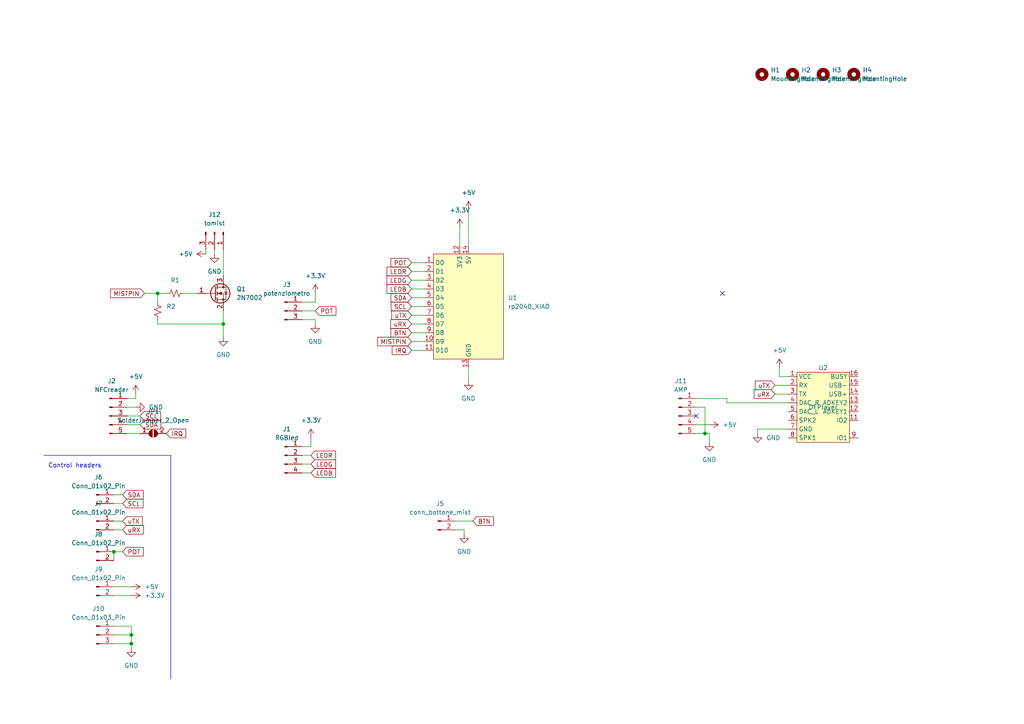
<source format=kicad_sch>
(kicad_sch (version 20230121) (generator eeschema)
  (paper "A4")
  (title_block (title "Beaucoup main board") (date "2023-07-10") (company "Santa Chiara Fab Lab") (comment 1 "Simone Guercio"))
  (lib_symbols
    (symbol "Connector:Conn_01x02_Pin" (pin_names (offset 1.016) hide)
      (property "Reference" "J" (at 0 2.54 0))
      (property "Value" "Conn_01x02_Pin" (at 0 -5.08 0))
      (symbol "Conn_01x02_Pin_1_1"
        (polyline (pts (xy 1.27 -2.54) (xy 0.8636 -2.54)) (stroke (width 0.1524)))
        (polyline (pts (xy 1.27 0) (xy 0.8636 0)) (stroke (width 0.1524)))
        (rectangle (start 0.8636 -2.413) (end 0 -2.667) (stroke (width 0.1524)) (fill (type outline)))
        (rectangle (start 0.8636 0.127) (end 0 -0.127) (stroke (width 0.1524)) (fill (type outline)))
        (pin passive line (at 5.08 0 180) (length 3.81) (name "Pin_1") (number "1"))
        (pin passive line (at 5.08 -2.54 180) (length 3.81) (name "Pin_2") (number "2"))
      )
    )
    (symbol "Connector:Conn_01x03_Pin" (pin_names (offset 1.016) hide)
      (property "Reference" "J" (at 0 5.08 0))
      (property "Value" "Conn_01x03_Pin" (at 0 -5.08 0))
      (symbol "Conn_01x03_Pin_1_1"
        (polyline (pts (xy 1.27 -2.54) (xy 0.8636 -2.54)) (stroke (width 0.1524)))
        (polyline (pts (xy 1.27 0) (xy 0.8636 0)) (stroke (width 0.1524)))
        (polyline (pts (xy 1.27 2.54) (xy 0.8636 2.54)) (stroke (width 0.1524)))
        (rectangle (start 0.8636 -2.413) (end 0 -2.667) (stroke (width 0.1524)) (fill (type outline)))
        (rectangle (start 0.8636 0.127) (end 0 -0.127) (stroke (width 0.1524)) (fill (type outline)))
        (rectangle (start 0.8636 2.667) (end 0 2.413) (stroke (width 0.1524)) (fill (type outline)))
        (pin passive line (at 5.08 2.54 180) (length 3.81) (name "Pin_1") (number "1"))
        (pin passive line (at 5.08 0 180) (length 3.81) (name "Pin_2") (number "2"))
        (pin passive line (at 5.08 -2.54 180) (length 3.81) (name "Pin_3") (number "3"))
      )
    )
    (symbol "Connector:Conn_01x04_Pin" (pin_names (offset 1.016) hide)
      (property "Reference" "J" (at 0 5.08 0))
      (property "Value" "Conn_01x04_Pin" (at 0 -7.62 0))
      (symbol "Conn_01x04_Pin_1_1"
        (polyline (pts (xy 1.27 -5.08) (xy 0.8636 -5.08)) (stroke (width 0.1524)))
        (polyline (pts (xy 1.27 -2.54) (xy 0.8636 -2.54)) (stroke (width 0.1524)))
        (polyline (pts (xy 1.27 0) (xy 0.8636 0)) (stroke (width 0.1524)))
        (polyline (pts (xy 1.27 2.54) (xy 0.8636 2.54)) (stroke (width 0.1524)))
        (rectangle (start 0.8636 -4.953) (end 0 -5.207) (stroke (width 0.1524)) (fill (type outline)))
        (rectangle (start 0.8636 -2.413) (end 0 -2.667) (stroke (width 0.1524)) (fill (type outline)))
        (rectangle (start 0.8636 0.127) (end 0 -0.127) (stroke (width 0.1524)) (fill (type outline)))
        (rectangle (start 0.8636 2.667) (end 0 2.413) (stroke (width 0.1524)) (fill (type outline)))
        (pin passive line (at 5.08 2.54 180) (length 3.81) (name "Pin_1") (number "1"))
        (pin passive line (at 5.08 0 180) (length 3.81) (name "Pin_2") (number "2"))
        (pin passive line (at 5.08 -2.54 180) (length 3.81) (name "Pin_3") (number "3"))
        (pin passive line (at 5.08 -5.08 180) (length 3.81) (name "Pin_4") (number "4"))
      )
    )
    (symbol "Connector:Conn_01x05_Pin" (pin_names (offset 1.016) hide)
      (property "Reference" "J" (at 0 7.62 0))
      (property "Value" "Conn_01x05_Pin" (at 0 -7.62 0))
      (symbol "Conn_01x05_Pin_1_1"
        (polyline (pts (xy 1.27 -5.08) (xy 0.8636 -5.08)) (stroke (width 0.1524)))
        (polyline (pts (xy 1.27 -2.54) (xy 0.8636 -2.54)) (stroke (width 0.1524)))
        (polyline (pts (xy 1.27 0) (xy 0.8636 0)) (stroke (width 0.1524)))
        (polyline (pts (xy 1.27 2.54) (xy 0.8636 2.54)) (stroke (width 0.1524)))
        (polyline (pts (xy 1.27 5.08) (xy 0.8636 5.08)) (stroke (width 0.1524)))
        (rectangle (start 0.8636 -4.953) (end 0 -5.207) (stroke (width 0.1524)) (fill (type outline)))
        (rectangle (start 0.8636 -2.413) (end 0 -2.667) (stroke (width 0.1524)) (fill (type outline)))
        (rectangle (start 0.8636 0.127) (end 0 -0.127) (stroke (width 0.1524)) (fill (type outline)))
        (rectangle (start 0.8636 2.667) (end 0 2.413) (stroke (width 0.1524)) (fill (type outline)))
        (rectangle (start 0.8636 5.207) (end 0 4.953) (stroke (width 0.1524)) (fill (type outline)))
        (pin passive line (at 5.08 5.08 180) (length 3.81) (name "Pin_1") (number "1"))
        (pin passive line (at 5.08 2.54 180) (length 3.81) (name "Pin_2") (number "2"))
        (pin passive line (at 5.08 0 180) (length 3.81) (name "Pin_3") (number "3"))
        (pin passive line (at 5.08 -2.54 180) (length 3.81) (name "Pin_4") (number "4"))
        (pin passive line (at 5.08 -5.08 180) (length 3.81) (name "Pin_5") (number "5"))
      )
    )
    (symbol "Device:R_Small_US" (pin_numbers hide) (pin_names (offset 0.254) hide)
      (property "Reference" "R" (at 0.762 0.508 0))
      (property "Value" "R_Small_US" (at 0.762 -1.016 0))
      (symbol "R_Small_US_1_1"
        (polyline (pts (xy 0 0) (xy 1.016 -0.381) (xy 0 -0.762) (xy -1.016 -1.143) (xy 0 -1.524)))
        (polyline (pts (xy 0 1.524) (xy 1.016 1.143) (xy 0 0.762) (xy -1.016 0.381) (xy 0 0)))
        (pin passive line (at 0 2.54 270) (length 1.016) (name "~") (number "1"))
        (pin passive line (at 0 -2.54 90) (length 1.016) (name "~") (number "2"))
      )
    )
    (symbol "Jumper:SolderJumper_2_Open" (pin_names (offset 0) hide)
      (property "Reference" "JP" (at 0 2.032 0))
      (property "Value" "SolderJumper_2_Open" (at 0 -2.54 0))
      (symbol "SolderJumper_2_Open_0_1"
        (arc (start -0.254 1.016) (mid -1.2656 0) (end -0.254 -1.016))
        (arc (start -0.254 1.016) (mid -1.2656 0) (end -0.254 -1.016) (fill (type outline)))
        (polyline (pts (xy -0.254 1.016) (xy -0.254 -1.016)))
        (polyline (pts (xy 0.254 1.016) (xy 0.254 -1.016)))
        (arc (start 0.254 -1.016) (mid 1.2656 0) (end 0.254 1.016))
        (arc (start 0.254 -1.016) (mid 1.2656 0) (end 0.254 1.016) (fill (type outline)))
      )
      (symbol "SolderJumper_2_Open_1_1"
        (pin passive line (at -3.81 0 0) (length 2.54) (name "A") (number "1"))
        (pin passive line (at 3.81 0 180) (length 2.54) (name "B") (number "2"))
      )
    )
    (symbol "Mechanical:MountingHole" (pin_names (offset 1.016))
      (property "Reference" "H" (at 0 5.08 0))
      (property "Value" "MountingHole" (at 0 3.175 0))
      (symbol "MountingHole_0_1"
        (circle (center 0 0) (radius 1.27) (stroke (width 1.27)))
      )
    )
    (symbol "Transistor_FET:2N7002" (pin_names hide)
      (property "Reference" "Q" (at 5.08 1.905 0))
      (property "Value" "2N7002" (at 5.08 0 0))
      (symbol "2N7002_0_1"
        (polyline (pts (xy 0.254 0) (xy -2.54 0)))
        (polyline (pts (xy 0.254 1.905) (xy 0.254 -1.905)) (stroke (width 0.254)))
        (polyline (pts (xy 0.762 -1.27) (xy 0.762 -2.286)) (stroke (width 0.254)))
        (polyline (pts (xy 0.762 0.508) (xy 0.762 -0.508)) (stroke (width 0.254)))
        (polyline (pts (xy 0.762 2.286) (xy 0.762 1.27)) (stroke (width 0.254)))
        (polyline (pts (xy 2.54 2.54) (xy 2.54 1.778)))
        (polyline (pts (xy 2.54 -2.54) (xy 2.54 0) (xy 0.762 0)))
        (polyline (pts (xy 0.762 -1.778) (xy 3.302 -1.778) (xy 3.302 1.778) (xy 0.762 1.778)))
        (polyline (pts (xy 1.016 0) (xy 2.032 0.381) (xy 2.032 -0.381) (xy 1.016 0)) (fill (type outline)))
        (polyline (pts (xy 2.794 0.508) (xy 2.921 0.381) (xy 3.683 0.381) (xy 3.81 0.254)))
        (polyline (pts (xy 3.302 0.381) (xy 2.921 -0.254) (xy 3.683 -0.254) (xy 3.302 0.381)))
        (circle (center 1.651 0) (radius 2.794) (stroke (width 0.254)))
        (circle (center 2.54 -1.778) (radius 0.254) (fill (type outline)))
        (circle (center 2.54 1.778) (radius 0.254) (fill (type outline)))
      )
      (symbol "2N7002_1_1"
        (pin input line (at -5.08 0 0) (length 2.54) (name "G") (number "1"))
        (pin passive line (at 2.54 -5.08 90) (length 2.54) (name "S") (number "2"))
        (pin passive line (at 2.54 5.08 270) (length 2.54) (name "D") (number "3"))
      )
    )
    (symbol "power:+3.3V" (power) (pin_names (offset 0))
      (property "Value" "+3.3V" (at 0 3.556 0))
      (symbol "+3.3V_0_1"
        (polyline (pts (xy -0.762 1.27) (xy 0 2.54)))
        (polyline (pts (xy 0 0) (xy 0 2.54)))
        (polyline (pts (xy 0 2.54) (xy 0.762 1.27)))
      )
      (symbol "+3.3V_1_1"
        (pin power_in line (at 0 0 90) (length 0) hide (name "+3.3V") (number "1"))
      )
    )
    (symbol "power:+5V" (power) (pin_names (offset 0))
      (property "Value" "+5V" (at 0 3.556 0))
      (symbol "+5V_0_1"
        (polyline (pts (xy -0.762 1.27) (xy 0 2.54)))
        (polyline (pts (xy 0 0) (xy 0 2.54)))
        (polyline (pts (xy 0 2.54) (xy 0.762 1.27)))
      )
      (symbol "+5V_1_1"
        (pin power_in line (at 0 0 90) (length 0) hide (name "+5V") (number "1"))
      )
    )
    (symbol "power:GND" (power) (pin_names (offset 0))
      (property "Value" "GND" (at 0 -3.81 0))
      (symbol "GND_0_1"
        (polyline (pts (xy 0 0) (xy 0 -1.27) (xy 1.27 -1.27) (xy 0 -2.54) (xy -1.27 -1.27) (xy 0 -1.27)))
      )
      (symbol "GND_1_1"
        (pin power_in line (at 0 0 270) (length 0) hide (name "GND") (number "1"))
      )
    )
    (symbol "sgrc31:DFPlayer"
      (property "Reference" "U" (at 0 0 0))
      (symbol "DFPlayer_1_1"
        (rectangle (start -7.62 10.16) (end 7.62 -10.16) (fill (type background)))
        (pin power_in line (at -10.16 8.89 0) (length 2.54) (name "VCC") (number "1"))
        (pin power_in line (at 10.16 -6.35 180) (length 2.54) hide (name "GND") (number "10"))
        (pin input line (at 10.16 -3.81 180) (length 2.54) (name "IO2") (number "11"))
        (pin input line (at 10.16 -1.27 180) (length 2.54) (name "ADKEY1") (number "12"))
        (pin input line (at 10.16 1.27 180) (length 2.54) (name "ADKEY2") (number "13"))
        (pin input line (at 10.16 3.81 180) (length 2.54) (name "USB+") (number "14"))
        (pin input line (at 10.16 6.35 180) (length 2.54) (name "USB-") (number "15"))
        (pin output line (at 10.16 8.89 180) (length 2.54) (name "BUSY") (number "16"))
        (pin input line (at -10.16 6.35 0) (length 2.54) (name "RX") (number "2"))
        (pin output line (at -10.16 3.81 0) (length 2.54) (name "TX") (number "3"))
        (pin output line (at -10.16 1.27 0) (length 2.54) (name "DAC_R") (number "4"))
        (pin output line (at -10.16 -1.27 0) (length 2.54) (name "DAC_L") (number "5"))
        (pin output line (at -10.16 -3.81 0) (length 2.54) (name "SPK2") (number "6"))
        (pin power_in line (at -10.16 -6.35 0) (length 2.54) (name "GND") (number "7"))
        (pin power_in line (at -10.16 -8.89 0) (length 2.54) (name "SPK1") (number "8"))
        (pin input line (at 10.16 -8.89 180) (length 2.54) (name "IO1") (number "9"))
      )
    )
    (symbol "sgrc31:rp2040_XIAO"
      (property "Reference" "U" (at 0 0 0))
      (property "Value" "rp2040_XIAO" (at 0 0 0))
      (property "Footprint" "sgrc31:XIAO_both" (at 0 0 0))
      (symbol "rp2040_XIAO_0_1"
        (rectangle (start -10.16 15.24) (end 10.16 -15.24) (fill (type background)))
      )
      (symbol "rp2040_XIAO_1_1"
        (pin bidirectional line (at -12.7 12.7 0) (length 2.54) (name "D0") (number "1"))
        (pin bidirectional line (at -12.7 -10.16 0) (length 2.54) (name "D9") (number "10"))
        (pin bidirectional line (at -12.7 -12.7 0) (length 2.54) (name "D10") (number "11"))
        (pin power_in line (at -2.54 17.78 270) (length 2.54) (name "3V3") (number "12"))
        (pin power_in line (at 0 -17.78 90) (length 2.54) (name "GND") (number "13"))
        (pin power_in line (at 0 17.78 270) (length 2.54) (name "5V") (number "14"))
        (pin bidirectional line (at -12.7 10.16 0) (length 2.54) (name "D1") (number "2"))
        (pin bidirectional line (at -12.7 7.62 0) (length 2.54) (name "D2") (number "3"))
        (pin bidirectional line (at -12.7 5.08 0) (length 2.54) (name "D3") (number "4"))
        (pin bidirectional line (at -12.7 2.54 0) (length 2.54) (name "D4") (number "5"))
        (pin bidirectional line (at -12.7 0 0) (length 2.54) (name "D5") (number "6"))
        (pin bidirectional line (at -12.7 -2.54 0) (length 2.54) (name "D6") (number "7"))
        (pin bidirectional line (at -12.7 -5.08 0) (length 2.54) (name "D7") (number "8"))
        (pin bidirectional line (at -12.7 -7.62 0) (length 2.54) (name "D8") (number "9"))
      )
    )
  )
  (junction (at 38.1 186.69))
  (junction (at 38.1 184.15))
  (junction (at 64.77 93.98))
  (junction (at 33.02 160.02))
  (junction (at 45.72 85.09))
  (junction (at 204.47 125.73))
  (no_connect (at 201.93 120.65))
  (no_connect (at 209.55 85.09))
  (wire (pts (xy 219.71 124.46) (xy 228.6 124.46)))
  (wire (pts (xy 119.38 96.52) (xy 123.19 96.52)))
  (wire (pts (xy 224.79 114.3) (xy 228.6 114.3)))
  (wire (pts (xy 64.77 93.98) (xy 64.77 97.79)))
  (wire (pts (xy 38.1 184.15) (xy 38.1 186.69)))
  (wire (pts (xy 62.23 72.39) (xy 62.23 73.66)))
  (wire (pts (xy 38.1 181.61) (xy 38.1 184.15)))
  (wire (pts (xy 33.02 184.15) (xy 38.1 184.15)))
  (wire (pts (xy 87.63 134.62) (xy 90.17 134.62)))
  (wire (pts (xy 201.93 125.73) (xy 204.47 125.73)))
  (wire (pts (xy 119.38 83.82) (xy 123.19 83.82)))
  (wire (pts (xy 90.17 129.54) (xy 90.17 127)))
  (wire (pts (xy 87.63 129.54) (xy 90.17 129.54)))
  (wire (pts (xy 64.77 90.17) (xy 64.77 93.98)))
  (wire (pts (xy 204.47 125.73) (xy 205.74 125.73)))
  (wire (pts (xy 87.63 92.71) (xy 91.44 92.71)))
  (wire (pts (xy 33.02 151.13) (xy 35.56 151.13)))
  (wire (pts (xy 91.44 87.63) (xy 91.44 85.09)))
  (wire (pts (xy 201.93 123.19) (xy 205.74 123.19)))
  (wire (pts (xy 224.79 111.76) (xy 228.6 111.76)))
  (wire (pts (xy 210.82 116.84) (xy 228.6 116.84)))
  (wire (pts (xy 33.02 146.05) (xy 35.56 146.05)))
  (wire (pts (xy 59.69 72.39) (xy 59.69 73.66)))
  (wire (pts (xy 45.72 85.09) (xy 45.72 87.63)))
  (polyline (pts (xy 49.53 132.08) (xy 49.53 196.85)))
  (wire (pts (xy 119.38 78.74) (xy 123.19 78.74)))
  (wire (pts (xy 226.06 109.22) (xy 228.6 109.22)))
  (wire (pts (xy 133.35 66.04) (xy 133.35 71.12)))
  (wire (pts (xy 87.63 90.17) (xy 91.44 90.17)))
  (wire (pts (xy 64.77 72.39) (xy 64.77 80.01)))
  (wire (pts (xy 36.83 123.19) (xy 40.64 123.19)))
  (wire (pts (xy 87.63 87.63) (xy 91.44 87.63)))
  (wire (pts (xy 36.83 118.11) (xy 39.37 118.11)))
  (wire (pts (xy 135.89 106.68) (xy 135.89 110.49)))
  (wire (pts (xy 36.83 115.57) (xy 39.37 115.57)))
  (wire (pts (xy 33.02 186.69) (xy 38.1 186.69)))
  (wire (pts (xy 135.89 60.96) (xy 135.89 71.12)))
  (wire (pts (xy 119.38 86.36) (xy 123.19 86.36)))
  (wire (pts (xy 38.1 186.69) (xy 38.1 187.96)))
  (wire (pts (xy 36.83 120.65) (xy 40.64 120.65)))
  (wire (pts (xy 132.08 153.67) (xy 134.62 153.67)))
  (wire (pts (xy 119.38 81.28) (xy 123.19 81.28)))
  (wire (pts (xy 45.72 93.98) (xy 64.77 93.98)))
  (wire (pts (xy 33.02 160.02) (xy 35.56 160.02)))
  (wire (pts (xy 119.38 101.6) (xy 123.19 101.6)))
  (wire (pts (xy 132.08 151.13) (xy 137.16 151.13)))
  (wire (pts (xy 87.63 132.08) (xy 90.17 132.08)))
  (wire (pts (xy 204.47 118.11) (xy 204.47 125.73)))
  (wire (pts (xy 201.93 115.57) (xy 210.82 115.57)))
  (wire (pts (xy 201.93 118.11) (xy 204.47 118.11)))
  (wire (pts (xy 36.83 125.73) (xy 40.64 125.73)))
  (wire (pts (xy 45.72 92.71) (xy 45.72 93.98)))
  (wire (pts (xy 39.37 114.3) (xy 39.37 115.57)))
  (wire (pts (xy 205.74 125.73) (xy 205.74 128.27)))
  (wire (pts (xy 226.06 106.68) (xy 226.06 109.22)))
  (wire (pts (xy 134.62 153.67) (xy 134.62 154.94)))
  (wire (pts (xy 33.02 153.67) (xy 35.56 153.67)))
  (wire (pts (xy 33.02 143.51) (xy 35.56 143.51)))
  (wire (pts (xy 119.38 76.2) (xy 123.19 76.2)))
  (wire (pts (xy 33.02 160.02) (xy 33.02 162.56)))
  (wire (pts (xy 33.02 181.61) (xy 38.1 181.61)))
  (wire (pts (xy 87.63 137.16) (xy 90.17 137.16)))
  (polyline (pts (xy 12.7 132.08) (xy 49.53 132.08)))
  (wire (pts (xy 119.38 91.44) (xy 123.19 91.44)))
  (wire (pts (xy 48.26 85.09) (xy 45.72 85.09)))
  (wire (pts (xy 119.38 88.9) (xy 123.19 88.9)))
  (wire (pts (xy 91.44 92.71) (xy 91.44 93.98)))
  (wire (pts (xy 41.91 85.09) (xy 45.72 85.09)))
  (wire (pts (xy 119.38 93.98) (xy 123.19 93.98)))
  (wire (pts (xy 33.02 172.72) (xy 38.1 172.72)))
  (wire (pts (xy 210.82 115.57) (xy 210.82 116.84)))
  (wire (pts (xy 33.02 170.18) (xy 38.1 170.18)))
  (wire (pts (xy 53.34 85.09) (xy 57.15 85.09)))
  (wire (pts (xy 219.71 125.73) (xy 219.71 124.46)))
  (wire (pts (xy 119.38 99.06) (xy 123.19 99.06)))
  (text "Control headers" (at 13.97 135.89 0) (effects (font (size 1.27 1.27)) (justify left bottom)))
  (global_label "SDA" (shape input) (at 40.64 123.19 0) (property "Intersheetrefs" "${INTERSHEET_REFS}" (effects hide)))
  (global_label "uRX" (shape input) (at 35.56 153.67 0) (property "Intersheetrefs" "${INTERSHEET_REFS}" (effects hide)))
  (global_label "LEDB" (shape input) (at 90.17 137.16 0) (property "Intersheetrefs" "${INTERSHEET_REFS}" (effects hide)))
  (global_label "uTX" (shape input) (at 119.38 91.44 180) (property "Intersheetrefs" "${INTERSHEET_REFS}" (effects hide)))
  (global_label "LEDR" (shape input) (at 90.17 132.08 0) (property "Intersheetrefs" "${INTERSHEET_REFS}" (effects hide)))
  (global_label "MISTPIN" (shape input) (at 119.38 99.06 180) (property "Intersheetrefs" "${INTERSHEET_REFS}" (effects hide)))
  (global_label "LEDG" (shape input) (at 90.17 134.62 0) (property "Intersheetrefs" "${INTERSHEET_REFS}" (effects hide)))
  (global_label "SDA" (shape input) (at 119.38 86.36 180) (property "Intersheetrefs" "${INTERSHEET_REFS}" (effects hide)))
  (global_label "uTX" (shape input) (at 35.56 151.13 0) (property "Intersheetrefs" "${INTERSHEET_REFS}" (effects hide)))
  (global_label "POT" (shape input) (at 35.56 160.02 0) (property "Intersheetrefs" "${INTERSHEET_REFS}" (effects hide)))
  (global_label "MISTPIN" (shape input) (at 41.91 85.09 180) (property "Intersheetrefs" "${INTERSHEET_REFS}" (effects hide)))
  (global_label "SDA" (shape input) (at 35.56 143.51 0) (property "Intersheetrefs" "${INTERSHEET_REFS}" (effects hide)))
  (global_label "POT" (shape input) (at 91.44 90.17 0) (property "Intersheetrefs" "${INTERSHEET_REFS}" (effects hide)))
  (global_label "SCL" (shape input) (at 40.64 120.65 0) (property "Intersheetrefs" "${INTERSHEET_REFS}" (effects hide)))
  (global_label "uRX" (shape input) (at 224.79 114.3 180) (property "Intersheetrefs" "${INTERSHEET_REFS}" (effects hide)))
  (global_label "SCL" (shape input) (at 35.56 146.05 0) (property "Intersheetrefs" "${INTERSHEET_REFS}" (effects hide)))
  (global_label "uTX" (shape input) (at 224.79 111.76 180) (property "Intersheetrefs" "${INTERSHEET_REFS}" (effects hide)))
  (global_label "BTN" (shape input) (at 137.16 151.13 0) (property "Intersheetrefs" "${INTERSHEET_REFS}" (effects hide)))
  (global_label "LEDG" (shape input) (at 119.38 81.28 180) (property "Intersheetrefs" "${INTERSHEET_REFS}" (effects hide)))
  (global_label "POT" (shape input) (at 119.38 76.2 180) (property "Intersheetrefs" "${INTERSHEET_REFS}" (effects hide)))
  (global_label "IRQ" (shape input) (at 119.38 101.6 180) (property "Intersheetrefs" "${INTERSHEET_REFS}" (effects hide)))
  (global_label "BTN" (shape input) (at 119.38 96.52 180) (property "Intersheetrefs" "${INTERSHEET_REFS}" (effects hide)))
  (global_label "IRQ" (shape input) (at 48.26 125.73 0) (property "Intersheetrefs" "${INTERSHEET_REFS}" (effects hide)))
  (global_label "SCL" (shape input) (at 119.38 88.9 180) (property "Intersheetrefs" "${INTERSHEET_REFS}" (effects hide)))
  (global_label "uRX" (shape input) (at 119.38 93.98 180) (property "Intersheetrefs" "${INTERSHEET_REFS}" (effects hide)))
  (global_label "LEDR" (shape input) (at 119.38 78.74 180) (property "Intersheetrefs" "${INTERSHEET_REFS}" (effects hide)))
  (global_label "LEDB" (shape input) (at 119.38 83.82 180) (property "Intersheetrefs" "${INTERSHEET_REFS}" (effects hide)))
  (symbol (lib_id "Device:R_Small_US") (at 45.72 90.17 0) (unit 1)
    (property "Reference" "R2" (at 48.26 88.9 0) (effects (justify left)))
    (property "Value" "R_Small_US" (effects hide))
    (property "Footprint" "Resistor_SMD:R_1206_3216Metric_Pad1.30x1.75mm_HandSolder" (effects hide))
  )
  (symbol (lib_id "power:GND") (at 205.74 128.27 0) (unit 1)
    (property "Reference" "#PWR029" (effects hide))
    (property "Value" "GND" (at 205.74 133.35 0))
  )
  (symbol (lib_id "Mechanical:MountingHole") (at 229.87 21.59 0) (unit 1)
    (property "Reference" "H2" (at 232.41 20.32 0) (effects (justify left)))
    (property "Value" "MountingHole" (at 232.41 22.86 0) (effects (justify left)))
    (property "Footprint" "MountingHole:MountingHole_3.2mm_M3_ISO7380_Pad" (effects hide))
  )
  (symbol (lib_id "Mechanical:MountingHole") (at 220.98 21.59 0) (unit 1)
    (property "Reference" "H1" (at 223.52 20.32 0) (effects (justify left)))
    (property "Value" "MountingHole" (at 223.52 22.86 0) (effects (justify left)))
    (property "Footprint" "MountingHole:MountingHole_3.2mm_M3_ISO7380_Pad" (effects hide))
  )
  (symbol (lib_id "power:+5V") (at 38.1 170.18 270) (unit 1)
    (property "Reference" "#PWR017" (effects hide))
    (property "Value" "+5V" (at 41.91 170.18 90) (effects (justify left)))
  )
  (symbol (lib_id "Mechanical:MountingHole") (at 238.76 21.59 0) (unit 1)
    (property "Reference" "H3" (at 241.3 20.32 0) (effects (justify left)))
    (property "Value" "MountingHole" (at 241.3 22.86 0) (effects (justify left)))
    (property "Footprint" "MountingHole:MountingHole_3.2mm_M3_ISO7380_Pad" (effects hide))
  )
  (symbol (lib_id "power:+3.3V") (at 133.35 66.04 0) (unit 1)
    (property "Reference" "#PWR05" (effects hide))
    (property "Value" "+3.3V" (at 133.35 60.96 0))
  )
  (symbol (lib_id "sgrc31:DFPlayer") (at 238.76 118.11 0) (unit 1)
    (property "Reference" "U2" (at 238.76 106.68 0))
    (property "Value" "DFPlayer" (at 238.76 118.11 0))
    (property "Footprint" "sgrc31:DFPlayer" (effects hide))
    (property "Datasheet" "https://www.dfrobot.com/product-1121.html" (effects hide))
  )
  (symbol (lib_id "Mechanical:MountingHole") (at 247.65 21.59 0) (unit 1)
    (property "Reference" "H4" (at 250.19 20.32 0) (effects (justify left)))
    (property "Value" "MountingHole" (at 250.19 22.86 0) (effects (justify left)))
    (property "Footprint" "MountingHole:MountingHole_3.2mm_M3_ISO7380_Pad" (effects hide))
  )
  (symbol (lib_id "power:GND") (at 62.23 73.66 0) (unit 1)
    (property "Reference" "#PWR04" (effects hide))
    (property "Value" "GND" (at 62.23 78.74 0))
  )
  (symbol (lib_id "power:GND") (at 38.1 187.96 0) (unit 1)
    (property "Reference" "#PWR043" (effects hide))
    (property "Value" "GND" (at 38.1 193.04 0))
  )
  (symbol (lib_id "power:GND") (at 64.77 97.79 0) (unit 1)
    (property "Reference" "#PWR034" (effects hide))
    (property "Value" "GND" (at 64.77 102.87 0))
  )
  (symbol (lib_id "Device:R_Small_US") (at 50.8 85.09 90) (unit 1)
    (property "Reference" "R1" (at 50.8 81.28 90))
    (property "Value" "R_Small_US" (effects hide))
    (property "Footprint" "Resistor_SMD:R_1206_3216Metric_Pad1.30x1.75mm_HandSolder" (effects hide))
  )
  (symbol (lib_id "Connector:Conn_01x04_Pin") (at 82.55 132.08 0) (unit 1)
    (property "Reference" "J1" (at 83.185 124.46 0))
    (property "Value" "RGBled" (at 83.185 127 0))
    (property "Footprint" "Connector_JST:JST_XH_B4B-XH-A_1x04_P2.50mm_Vertical" (effects hide))
  )
  (symbol (lib_id "Connector:Conn_01x02_Pin") (at 27.94 151.13 0) (unit 1)
    (property "Reference" "J7" (at 28.575 146.05 0))
    (property "Value" "Conn_01x02_Pin" (at 28.575 148.59 0))
    (property "Footprint" "Connector_PinHeader_2.54mm:PinHeader_1x02_P2.54mm_Vertical" (effects hide))
  )
  (symbol (lib_id "Connector:Conn_01x03_Pin") (at 27.94 184.15 0) (unit 1)
    (property "Reference" "J10" (at 28.575 176.53 0))
    (property "Value" "Conn_01x03_Pin" (at 28.575 179.07 0))
    (property "Footprint" "Connector_PinHeader_2.54mm:PinHeader_1x03_P2.54mm_Vertical" (effects hide))
  )
  (symbol (lib_id "power:GND") (at 91.44 93.98 0) (unit 1)
    (property "Reference" "#PWR032" (effects hide))
    (property "Value" "GND" (at 91.44 99.06 0))
  )
  (symbol (lib_id "power:+5V") (at 226.06 106.68 0) (unit 1)
    (property "Reference" "#PWR018" (effects hide))
    (property "Value" "+5V" (at 226.06 101.6 0))
  )
  (symbol (lib_id "Connector:Conn_01x02_Pin") (at 127 151.13 0) (unit 1)
    (property "Reference" "J5" (at 127.635 146.05 0))
    (property "Value" "conn_bottone_mist" (at 127.635 148.59 0))
    (property "Footprint" "Connector_JST:JST_XH_B2B-XH-A_1x02_P2.50mm_Vertical" (effects hide))
  )
  (symbol (lib_id "power:GND") (at 39.37 118.11 90) (unit 1)
    (property "Reference" "#PWR033" (effects hide))
    (property "Value" "GND" (at 43.18 118.11 90) (effects (justify right)))
  )
  (symbol (lib_id "Transistor_FET:2N7002") (at 62.23 85.09 0) (unit 1)
    (property "Reference" "Q1" (at 68.58 83.82 0) (effects (justify left)))
    (property "Value" "2N7002" (at 68.58 86.36 0) (effects (justify left)))
    (property "Footprint" "Package_TO_SOT_SMD:SOT-23" (effects hide))
    (property "Datasheet" "https://www.onsemi.com/pub/Collateral/NDS7002A-D.PDF" (effects hide))
  )
  (symbol (lib_id "power:+3.3V") (at 90.17 127 0) (unit 1)
    (property "Reference" "#PWR02" (effects hide))
    (property "Value" "+3.3V" (at 90.17 121.92 0))
  )
  (symbol (lib_id "power:+5V") (at 59.69 73.66 90) (unit 1)
    (property "Reference" "#PWR06" (effects hide))
    (property "Value" "+5V" (at 55.88 73.66 90) (effects (justify left)))
  )
  (symbol (lib_id "Connector:Conn_01x03_Pin") (at 82.55 90.17 0) (unit 1)
    (property "Reference" "J3" (at 83.185 82.55 0))
    (property "Value" "potenziometro" (at 83.185 85.09 0))
    (property "Footprint" "Connector_JST:JST_XH_B3B-XH-A_1x03_P2.50mm_Vertical" (effects hide))
  )
  (symbol (lib_id "power:GND") (at 135.89 110.49 0) (unit 1)
    (property "Reference" "#PWR035" (effects hide))
    (property "Value" "GND" (at 135.89 115.57 0))
  )
  (symbol (lib_id "sgrc31:rp2040_XIAO") (at 135.89 88.9 0) (unit 1)
    (property "Reference" "U1" (at 147.32 86.36 0) (effects (justify left)))
    (property "Value" "rp2040_XIAO" (at 147.32 88.9 0) (effects (justify left)))
    (property "Footprint" "sgrc31:XIAO_both" (effects hide))
    (property "Datasheet" "https://wiki.seeedstudio.com/XIAO-RP2040/" (effects hide))
    (property "Reference_1" "M" (effects hide))
    (property "Value_1" "Module_XIAO-RP2040" (effects hide))
    (property "Footprint_1" "fab:SeedStudio_XIAO" (effects hide))
    (property "Datasheet_1" "https://wiki.seeedstudio.com/XIAO-RP2040/" (effects hide))
  )
  (symbol (lib_id "Connector:Conn_01x05_Pin") (at 31.75 120.65 0) (unit 1)
    (property "Reference" "J2" (at 32.385 110.49 0))
    (property "Value" "NFCreader" (at 32.385 113.03 0))
    (property "Footprint" "Connector_JST:JST_XH_B5B-XH-A_1x05_P2.50mm_Vertical" (effects hide))
  )
  (symbol (lib_id "power:+5V") (at 135.89 60.96 0) (unit 1)
    (property "Reference" "#PWR020" (effects hide))
    (property "Value" "+5V" (at 135.89 55.88 0))
  )
  (symbol (lib_id "power:+3.3V") (at 91.44 85.09 0) (unit 1)
    (property "Reference" "#PWR01" (effects hide))
    (property "Value" "+3.3V" (at 91.44 80.01 0))
  )
  (symbol (lib_id "Jumper:SolderJumper_2_Open") (at 44.45 125.73 0) (unit 1)
    (property "Reference" "JP1" (at 44.45 119.38 0))
    (property "Value" "SolderJumper_2_Open" (at 44.45 121.92 0))
    (property "Footprint" "sgrc31:SolderJumper" (effects hide))
  )
  (symbol (lib_id "power:GND") (at 219.71 125.73 0) (unit 1)
    (property "Reference" "#PWR030" (effects hide))
    (property "Value" "GND" (at 222.25 127 0) (effects (justify left)))
  )
  (symbol (lib_id "power:+3.3V") (at 38.1 172.72 270) (unit 1)
    (property "Reference" "#PWR03" (effects hide))
    (property "Value" "+3.3V" (at 41.91 172.72 90) (effects (justify left)))
  )
  (symbol (lib_id "power:+5V") (at 39.37 114.3 0) (unit 1)
    (property "Reference" "#PWR019" (effects hide))
    (property "Value" "+5V" (at 39.37 109.22 0))
  )
  (symbol (lib_id "Connector:Conn_01x02_Pin") (at 27.94 160.02 0) (unit 1)
    (property "Reference" "J8" (at 28.575 154.94 0))
    (property "Value" "Conn_01x02_Pin" (at 28.575 157.48 0))
    (property "Footprint" "Connector_PinHeader_2.54mm:PinHeader_1x02_P2.54mm_Vertical" (effects hide))
  )
  (symbol (lib_id "power:GND") (at 134.62 154.94 0) (unit 1)
    (property "Reference" "#PWR044" (effects hide))
    (property "Value" "GND" (at 134.62 160.02 0))
  )
  (symbol (lib_id "Connector:Conn_01x02_Pin") (at 27.94 143.51 0) (unit 1)
    (property "Reference" "J6" (at 28.575 138.43 0))
    (property "Value" "Conn_01x02_Pin" (at 28.575 140.97 0))
    (property "Footprint" "Connector_PinHeader_2.54mm:PinHeader_1x02_P2.54mm_Vertical" (effects hide))
  )
  (symbol (lib_id "Connector:Conn_01x05_Pin") (at 196.85 120.65 0) (unit 1)
    (property "Reference" "J11" (at 197.485 110.49 0))
    (property "Value" "AMP" (at 197.485 113.03 0))
    (property "Footprint" "Connector_PinHeader_2.54mm:PinHeader_1x05_P2.54mm_Vertical" (effects hide))
  )
  (symbol (lib_id "Connector:Conn_01x02_Pin") (at 27.94 170.18 0) (unit 1)
    (property "Reference" "J9" (at 28.575 165.1 0))
    (property "Value" "Conn_01x02_Pin" (at 28.575 167.64 0))
    (property "Footprint" "Connector_PinHeader_2.54mm:PinHeader_1x02_P2.54mm_Vertical" (effects hide))
  )
  (symbol (lib_id "Connector:Conn_01x03_Pin") (at 62.23 67.31 270) (unit 1)
    (property "Reference" "J12" (at 62.23 62.23 90))
    (property "Value" "tomist" (at 62.23 64.77 90))
    (property "Footprint" "Connector_JST:JST_XH_B3B-XH-A_1x03_P2.50mm_Vertical" (effects hide))
  )
  (symbol (lib_id "power:+5V") (at 205.74 123.19 270) (unit 1)
    (property "Reference" "#PWR016" (effects hide))
    (property "Value" "+5V" (at 209.55 123.19 90) (effects (justify left)))
  )
)
</source>
